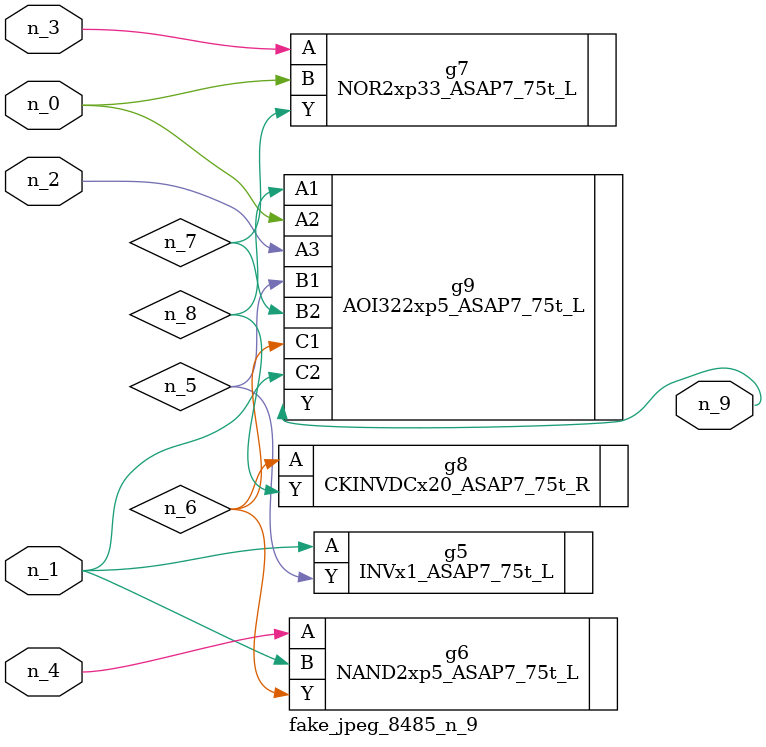
<source format=v>
module fake_jpeg_8485_n_9 (n_3, n_2, n_1, n_0, n_4, n_9);

input n_3;
input n_2;
input n_1;
input n_0;
input n_4;

output n_9;

wire n_8;
wire n_6;
wire n_5;
wire n_7;

INVx1_ASAP7_75t_L g5 ( 
.A(n_1),
.Y(n_5)
);

NAND2xp5_ASAP7_75t_L g6 ( 
.A(n_4),
.B(n_1),
.Y(n_6)
);

NOR2xp33_ASAP7_75t_L g7 ( 
.A(n_3),
.B(n_0),
.Y(n_7)
);

CKINVDCx20_ASAP7_75t_R g8 ( 
.A(n_6),
.Y(n_8)
);

AOI322xp5_ASAP7_75t_L g9 ( 
.A1(n_8),
.A2(n_0),
.A3(n_2),
.B1(n_5),
.B2(n_7),
.C1(n_6),
.C2(n_1),
.Y(n_9)
);


endmodule
</source>
